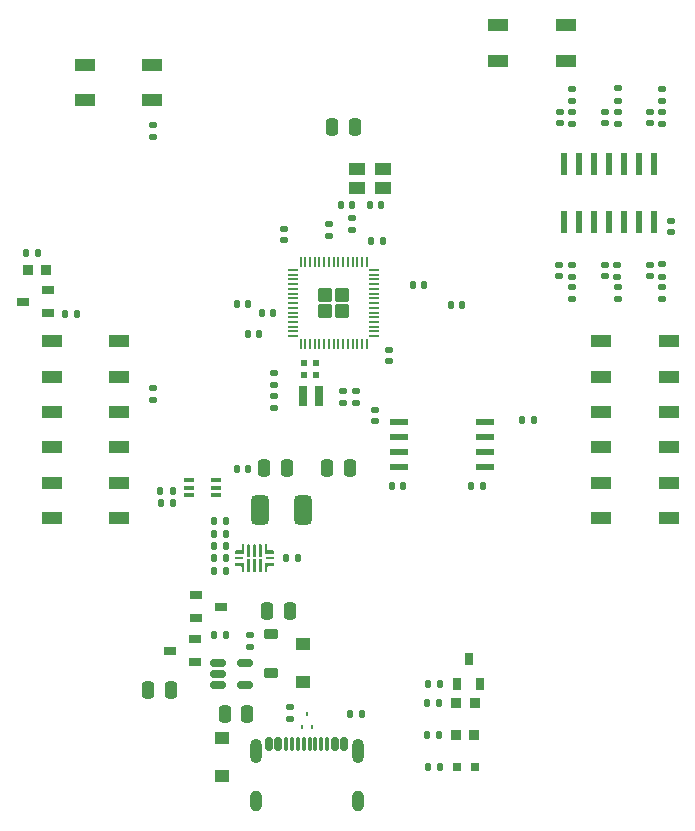
<source format=gbr>
%TF.GenerationSoftware,KiCad,Pcbnew,8.0.7*%
%TF.CreationDate,2025-03-01T11:55:22-05:00*%
%TF.ProjectId,RP2350_V1,52503233-3530-45f5-9631-2e6b69636164,1.1*%
%TF.SameCoordinates,Original*%
%TF.FileFunction,Paste,Top*%
%TF.FilePolarity,Positive*%
%FSLAX46Y46*%
G04 Gerber Fmt 4.6, Leading zero omitted, Abs format (unit mm)*
G04 Created by KiCad (PCBNEW 8.0.7) date 2025-03-01 11:55:22*
%MOMM*%
%LPD*%
G01*
G04 APERTURE LIST*
G04 Aperture macros list*
%AMRoundRect*
0 Rectangle with rounded corners*
0 $1 Rounding radius*
0 $2 $3 $4 $5 $6 $7 $8 $9 X,Y pos of 4 corners*
0 Add a 4 corners polygon primitive as box body*
4,1,4,$2,$3,$4,$5,$6,$7,$8,$9,$2,$3,0*
0 Add four circle primitives for the rounded corners*
1,1,$1+$1,$2,$3*
1,1,$1+$1,$4,$5*
1,1,$1+$1,$6,$7*
1,1,$1+$1,$8,$9*
0 Add four rect primitives between the rounded corners*
20,1,$1+$1,$2,$3,$4,$5,0*
20,1,$1+$1,$4,$5,$6,$7,0*
20,1,$1+$1,$6,$7,$8,$9,0*
20,1,$1+$1,$8,$9,$2,$3,0*%
%AMFreePoly0*
4,1,18,-0.437500,0.050000,-0.433694,0.069134,-0.422855,0.085355,-0.406634,0.096194,-0.387500,0.100000,0.387500,0.100000,0.437500,0.050000,0.437500,-0.050000,0.433694,-0.069134,0.422855,-0.085355,0.406634,-0.096194,0.387500,-0.100000,-0.387500,-0.100000,-0.406634,-0.096194,-0.422855,-0.085355,-0.433694,-0.069134,-0.437500,-0.050000,-0.437500,0.050000,-0.437500,0.050000,$1*%
%AMFreePoly1*
4,1,18,-0.437500,0.050000,-0.433694,0.069134,-0.422855,0.085355,-0.406634,0.096194,-0.387500,0.100000,0.387500,0.100000,0.406634,0.096194,0.422855,0.085355,0.433694,0.069134,0.437500,0.050000,0.437500,-0.050000,0.387500,-0.100000,-0.387500,-0.100000,-0.406634,-0.096194,-0.422855,-0.085355,-0.433694,-0.069134,-0.437500,-0.050000,-0.437500,0.050000,-0.437500,0.050000,$1*%
%AMFreePoly2*
4,1,18,-0.100000,0.387500,-0.050000,0.437500,0.050000,0.437500,0.069134,0.433694,0.085355,0.422855,0.096194,0.406634,0.100000,0.387500,0.100000,-0.387500,0.096194,-0.406634,0.085355,-0.422855,0.069134,-0.433694,0.050000,-0.437500,-0.050000,-0.437500,-0.069134,-0.433694,-0.085355,-0.422855,-0.096194,-0.406634,-0.100000,-0.387500,-0.100000,0.387500,-0.100000,0.387500,$1*%
%AMFreePoly3*
4,1,18,-0.100000,0.387500,-0.096194,0.406634,-0.085355,0.422855,-0.069134,0.433694,-0.050000,0.437500,0.050000,0.437500,0.100000,0.387500,0.100000,-0.387500,0.096194,-0.406634,0.085355,-0.422855,0.069134,-0.433694,0.050000,-0.437500,-0.050000,-0.437500,-0.069134,-0.433694,-0.085355,-0.422855,-0.096194,-0.406634,-0.100000,-0.387500,-0.100000,0.387500,-0.100000,0.387500,$1*%
%AMFreePoly4*
4,1,18,-0.437500,0.050000,-0.433694,0.069134,-0.422855,0.085355,-0.406634,0.096194,-0.387500,0.100000,0.387500,0.100000,0.406634,0.096194,0.422855,0.085355,0.433694,0.069134,0.437500,0.050000,0.437500,-0.050000,0.433694,-0.069134,0.422855,-0.085355,0.406634,-0.096194,0.387500,-0.100000,-0.387500,-0.100000,-0.437500,-0.050000,-0.437500,0.050000,-0.437500,0.050000,$1*%
%AMFreePoly5*
4,1,18,-0.437500,0.050000,-0.387500,0.100000,0.387500,0.100000,0.406634,0.096194,0.422855,0.085355,0.433694,0.069134,0.437500,0.050000,0.437500,-0.050000,0.433694,-0.069134,0.422855,-0.085355,0.406634,-0.096194,0.387500,-0.100000,-0.387500,-0.100000,-0.406634,-0.096194,-0.422855,-0.085355,-0.433694,-0.069134,-0.437500,-0.050000,-0.437500,0.050000,-0.437500,0.050000,$1*%
%AMFreePoly6*
4,1,18,-0.100000,0.387500,-0.096194,0.406634,-0.085355,0.422855,-0.069134,0.433694,-0.050000,0.437500,0.050000,0.437500,0.069134,0.433694,0.085355,0.422855,0.096194,0.406634,0.100000,0.387500,0.100000,-0.387500,0.050000,-0.437500,-0.050000,-0.437500,-0.069134,-0.433694,-0.085355,-0.422855,-0.096194,-0.406634,-0.100000,-0.387500,-0.100000,0.387500,-0.100000,0.387500,$1*%
%AMFreePoly7*
4,1,18,-0.100000,0.387500,-0.096194,0.406634,-0.085355,0.422855,-0.069134,0.433694,-0.050000,0.437500,0.050000,0.437500,0.069134,0.433694,0.085355,0.422855,0.096194,0.406634,0.100000,0.387500,0.100000,-0.387500,0.096194,-0.406634,0.085355,-0.422855,0.069134,-0.433694,0.050000,-0.437500,-0.050000,-0.437500,-0.100000,-0.387500,-0.100000,0.387500,-0.100000,0.387500,$1*%
G04 Aperture macros list end*
%ADD10C,0.000000*%
%ADD11RoundRect,0.140000X0.170000X-0.140000X0.170000X0.140000X-0.170000X0.140000X-0.170000X-0.140000X0*%
%ADD12RoundRect,0.140000X-0.140000X-0.170000X0.140000X-0.170000X0.140000X0.170000X-0.140000X0.170000X0*%
%ADD13RoundRect,0.135000X0.185000X-0.135000X0.185000X0.135000X-0.185000X0.135000X-0.185000X-0.135000X0*%
%ADD14R,0.910000X0.930000*%
%ADD15R,0.845299X0.354800*%
%ADD16RoundRect,0.375000X-0.375000X-0.875000X0.375000X-0.875000X0.375000X0.875000X-0.375000X0.875000X0*%
%ADD17R,0.800000X0.800000*%
%ADD18RoundRect,0.135000X-0.135000X-0.185000X0.135000X-0.185000X0.135000X0.185000X-0.135000X0.185000X0*%
%ADD19R,1.100000X0.650000*%
%ADD20R,0.228600X0.406400*%
%ADD21RoundRect,0.135000X0.135000X0.185000X-0.135000X0.185000X-0.135000X-0.185000X0.135000X-0.185000X0*%
%ADD22R,0.700000X1.700000*%
%ADD23R,1.193800X1.092200*%
%ADD24R,0.810000X0.930000*%
%ADD25RoundRect,0.225000X-0.375000X0.225000X-0.375000X-0.225000X0.375000X-0.225000X0.375000X0.225000X0*%
%ADD26R,1.701800X0.990600*%
%ADD27RoundRect,0.135000X-0.185000X0.135000X-0.185000X-0.135000X0.185000X-0.135000X0.185000X0.135000X0*%
%ADD28RoundRect,0.140000X-0.170000X0.140000X-0.170000X-0.140000X0.170000X-0.140000X0.170000X0.140000X0*%
%ADD29RoundRect,0.250000X0.250000X0.475000X-0.250000X0.475000X-0.250000X-0.475000X0.250000X-0.475000X0*%
%ADD30RoundRect,0.150000X-0.512500X-0.150000X0.512500X-0.150000X0.512500X0.150000X-0.512500X0.150000X0*%
%ADD31RoundRect,0.140000X0.140000X0.170000X-0.140000X0.170000X-0.140000X-0.170000X0.140000X-0.170000X0*%
%ADD32R,1.400000X1.100000*%
%ADD33RoundRect,0.250000X-0.250000X-0.475000X0.250000X-0.475000X0.250000X0.475000X-0.250000X0.475000X0*%
%ADD34R,0.650001X0.249999*%
%ADD35RoundRect,0.150000X-0.150000X-0.425000X0.150000X-0.425000X0.150000X0.425000X-0.150000X0.425000X0*%
%ADD36RoundRect,0.075000X-0.075000X-0.500000X0.075000X-0.500000X0.075000X0.500000X-0.075000X0.500000X0*%
%ADD37O,1.000000X2.100000*%
%ADD38O,1.000000X1.800000*%
%ADD39R,0.650000X1.100000*%
%ADD40R,0.470000X0.530000*%
%ADD41R,1.524000X0.533400*%
%ADD42R,0.558800X1.981200*%
%ADD43RoundRect,0.250000X0.350000X0.350000X-0.350000X0.350000X-0.350000X-0.350000X0.350000X-0.350000X0*%
%ADD44FreePoly0,180.000000*%
%ADD45RoundRect,0.050000X0.387500X0.050000X-0.387500X0.050000X-0.387500X-0.050000X0.387500X-0.050000X0*%
%ADD46FreePoly1,180.000000*%
%ADD47FreePoly2,180.000000*%
%ADD48RoundRect,0.050000X0.050000X0.387500X-0.050000X0.387500X-0.050000X-0.387500X0.050000X-0.387500X0*%
%ADD49FreePoly3,180.000000*%
%ADD50FreePoly4,180.000000*%
%ADD51FreePoly5,180.000000*%
%ADD52FreePoly6,180.000000*%
%ADD53FreePoly7,180.000000*%
G04 APERTURE END LIST*
D10*
%TO.C,U3*%
G36*
X137230201Y-104594300D02*
G01*
X137230201Y-105269300D01*
X137180202Y-105319300D01*
X137070202Y-105319300D01*
X137020202Y-105269300D01*
X137020202Y-104944300D01*
X136930202Y-104854300D01*
X136505202Y-104854300D01*
X136455202Y-104804300D01*
X136455202Y-104594300D01*
X136505202Y-104544301D01*
X137180202Y-104544301D01*
X137230201Y-104594300D01*
G37*
G36*
X139755200Y-104594300D02*
G01*
X139755200Y-104804300D01*
X139705200Y-104854300D01*
X139280200Y-104854300D01*
X139190200Y-104944300D01*
X139190200Y-105269300D01*
X139140200Y-105319300D01*
X139030200Y-105319300D01*
X138980201Y-105269300D01*
X138980201Y-104594300D01*
X139030200Y-104544301D01*
X139705200Y-104544301D01*
X139755200Y-104594300D01*
G37*
G36*
X139140200Y-103019302D02*
G01*
X139190200Y-103069302D01*
X139190200Y-103394300D01*
X139280200Y-103484300D01*
X139705200Y-103484300D01*
X139755200Y-103534300D01*
X139755200Y-103744302D01*
X139705200Y-103794302D01*
X139030200Y-103794302D01*
X138980201Y-103744302D01*
X138980201Y-103069302D01*
X139030200Y-103019300D01*
X139140200Y-103019300D01*
X139140200Y-103019302D01*
G37*
G36*
X137180202Y-103019302D02*
G01*
X137230201Y-103069302D01*
X137230201Y-103744302D01*
X137180202Y-103794302D01*
X136505202Y-103794302D01*
X136455202Y-103744302D01*
X136455202Y-103534300D01*
X136505202Y-103484300D01*
X136930202Y-103484300D01*
X137020202Y-103394300D01*
X137020202Y-103069302D01*
X137070202Y-103019302D01*
X137070202Y-103019300D01*
X137180202Y-103019300D01*
X137180202Y-103019302D01*
G37*
G36*
X137689957Y-103020260D02*
G01*
X137699337Y-103023105D01*
X137707981Y-103027727D01*
X137715557Y-103033945D01*
X137721775Y-103041522D01*
X137726396Y-103050166D01*
X137729240Y-103059546D01*
X137730203Y-103069300D01*
X137730203Y-104019300D01*
X137729240Y-104029054D01*
X137726396Y-104038434D01*
X137721775Y-104047078D01*
X137715557Y-104054655D01*
X137707981Y-104060872D01*
X137699337Y-104065495D01*
X137689957Y-104068340D01*
X137680203Y-104069300D01*
X137530203Y-104069300D01*
X137520447Y-104068340D01*
X137511067Y-104065495D01*
X137502423Y-104060872D01*
X137494847Y-104054655D01*
X137488629Y-104047078D01*
X137484008Y-104038434D01*
X137481164Y-104029054D01*
X137480204Y-104019300D01*
X137480204Y-103069300D01*
X137481164Y-103059546D01*
X137484008Y-103050166D01*
X137488629Y-103041522D01*
X137494847Y-103033945D01*
X137502423Y-103027727D01*
X137511067Y-103023105D01*
X137520447Y-103020260D01*
X137530203Y-103019300D01*
X137680203Y-103019300D01*
X137689957Y-103020260D01*
G37*
G36*
X137689957Y-104270260D02*
G01*
X137699337Y-104273105D01*
X137707981Y-104277728D01*
X137715557Y-104283945D01*
X137721775Y-104291522D01*
X137726396Y-104300166D01*
X137729240Y-104309546D01*
X137730203Y-104319300D01*
X137730203Y-105269300D01*
X137729240Y-105279054D01*
X137726396Y-105288434D01*
X137721775Y-105297078D01*
X137715557Y-105304655D01*
X137707981Y-105310873D01*
X137699337Y-105315495D01*
X137689957Y-105318340D01*
X137680203Y-105319300D01*
X137530203Y-105319300D01*
X137520447Y-105318340D01*
X137511067Y-105315495D01*
X137502423Y-105310873D01*
X137494847Y-105304655D01*
X137488629Y-105297078D01*
X137484008Y-105288434D01*
X137481164Y-105279054D01*
X137480204Y-105269300D01*
X137480204Y-104319300D01*
X137481164Y-104309546D01*
X137484008Y-104300166D01*
X137488629Y-104291522D01*
X137494847Y-104283945D01*
X137502423Y-104277728D01*
X137511067Y-104273105D01*
X137520447Y-104270260D01*
X137530203Y-104269300D01*
X137680203Y-104269300D01*
X137689957Y-104270260D01*
G37*
G36*
X138189956Y-103020260D02*
G01*
X138199336Y-103023105D01*
X138207980Y-103027727D01*
X138215556Y-103033945D01*
X138221774Y-103041522D01*
X138226395Y-103050166D01*
X138229239Y-103059546D01*
X138230199Y-103069300D01*
X138230199Y-104019300D01*
X138229239Y-104029054D01*
X138226395Y-104038434D01*
X138221774Y-104047078D01*
X138215556Y-104054655D01*
X138207980Y-104060872D01*
X138199336Y-104065495D01*
X138189956Y-104068340D01*
X138180200Y-104069300D01*
X138030202Y-104069300D01*
X138020446Y-104068340D01*
X138011066Y-104065495D01*
X138002422Y-104060872D01*
X137994846Y-104054655D01*
X137988628Y-104047078D01*
X137984007Y-104038434D01*
X137981163Y-104029054D01*
X137980203Y-104019300D01*
X137980203Y-103069300D01*
X137981163Y-103059546D01*
X137984007Y-103050166D01*
X137988628Y-103041522D01*
X137994846Y-103033945D01*
X138002422Y-103027727D01*
X138011066Y-103023105D01*
X138020446Y-103020260D01*
X138030202Y-103019300D01*
X138180200Y-103019300D01*
X138189956Y-103020260D01*
G37*
G36*
X138189956Y-104270260D02*
G01*
X138199336Y-104273105D01*
X138207980Y-104277728D01*
X138215556Y-104283945D01*
X138221774Y-104291522D01*
X138226395Y-104300166D01*
X138229239Y-104309546D01*
X138230199Y-104319300D01*
X138230199Y-105269300D01*
X138229239Y-105279054D01*
X138226395Y-105288434D01*
X138221774Y-105297078D01*
X138215556Y-105304655D01*
X138207980Y-105310873D01*
X138199336Y-105315495D01*
X138189956Y-105318340D01*
X138180200Y-105319300D01*
X138030202Y-105319300D01*
X138020446Y-105318340D01*
X138011066Y-105315495D01*
X138002422Y-105310873D01*
X137994846Y-105304655D01*
X137988628Y-105297078D01*
X137984007Y-105288434D01*
X137981163Y-105279054D01*
X137980203Y-105269300D01*
X137980203Y-104319300D01*
X137981163Y-104309546D01*
X137984007Y-104300166D01*
X137988628Y-104291522D01*
X137994846Y-104283945D01*
X138002422Y-104277728D01*
X138011066Y-104273105D01*
X138020446Y-104270260D01*
X138030202Y-104269300D01*
X138180200Y-104269300D01*
X138189956Y-104270260D01*
G37*
G36*
X138689955Y-103020260D02*
G01*
X138699335Y-103023105D01*
X138707979Y-103027727D01*
X138715555Y-103033945D01*
X138721773Y-103041522D01*
X138726394Y-103050166D01*
X138729238Y-103059546D01*
X138730198Y-103069300D01*
X138730198Y-104019300D01*
X138729238Y-104029054D01*
X138726394Y-104038434D01*
X138721773Y-104047078D01*
X138715555Y-104054655D01*
X138707979Y-104060872D01*
X138699335Y-104065495D01*
X138689955Y-104068340D01*
X138680199Y-104069300D01*
X138530199Y-104069300D01*
X138520445Y-104068340D01*
X138511065Y-104065495D01*
X138502421Y-104060872D01*
X138494845Y-104054655D01*
X138488627Y-104047078D01*
X138484006Y-104038434D01*
X138481162Y-104029054D01*
X138480199Y-104019300D01*
X138480199Y-103069300D01*
X138481162Y-103059546D01*
X138484006Y-103050166D01*
X138488627Y-103041522D01*
X138494845Y-103033945D01*
X138502421Y-103027727D01*
X138511065Y-103023105D01*
X138520445Y-103020260D01*
X138530199Y-103019300D01*
X138680199Y-103019300D01*
X138689955Y-103020260D01*
G37*
G36*
X138689955Y-104270260D02*
G01*
X138699335Y-104273105D01*
X138707979Y-104277728D01*
X138715555Y-104283945D01*
X138721773Y-104291522D01*
X138726394Y-104300166D01*
X138729238Y-104309546D01*
X138730198Y-104319300D01*
X138730198Y-105269300D01*
X138729238Y-105279054D01*
X138726394Y-105288434D01*
X138721773Y-105297078D01*
X138715555Y-105304655D01*
X138707979Y-105310873D01*
X138699335Y-105315495D01*
X138689955Y-105318340D01*
X138680199Y-105319300D01*
X138530199Y-105319300D01*
X138520445Y-105318340D01*
X138511065Y-105315495D01*
X138502421Y-105310873D01*
X138494845Y-105304655D01*
X138488627Y-105297078D01*
X138484006Y-105288434D01*
X138481162Y-105279054D01*
X138480199Y-105269300D01*
X138480199Y-104319300D01*
X138481162Y-104309546D01*
X138484006Y-104300166D01*
X138488627Y-104291522D01*
X138494845Y-104283945D01*
X138502421Y-104277728D01*
X138511065Y-104273105D01*
X138520445Y-104270260D01*
X138530199Y-104269300D01*
X138680199Y-104269300D01*
X138689955Y-104270260D01*
G37*
%TD*%
D11*
%TO.C,C4*%
X139775000Y-89495000D03*
X139775000Y-88535000D03*
%TD*%
D12*
%TO.C,C11*%
X151515000Y-81070000D03*
X152475000Y-81070000D03*
%TD*%
D13*
%TO.C,R22*%
X164960000Y-82273800D03*
X164960000Y-81253800D03*
%TD*%
D14*
%TO.C,D5*%
X155202000Y-119190000D03*
X156722000Y-119190000D03*
%TD*%
D15*
%TO.C,U5*%
X132591149Y-97550001D03*
X132591149Y-98200000D03*
X132591149Y-98849999D03*
X134858851Y-98849999D03*
X134858851Y-98200000D03*
X134858851Y-97550001D03*
%TD*%
D13*
%TO.C,R31*%
X129475000Y-90810000D03*
X129475000Y-89790000D03*
%TD*%
D16*
%TO.C,L2*%
X138535202Y-100099300D03*
X142235202Y-100099300D03*
%TD*%
D13*
%TO.C,R25*%
X164950000Y-80340000D03*
X164950000Y-79320000D03*
%TD*%
D17*
%TO.C,D4*%
X155250000Y-121885000D03*
X156750000Y-121885000D03*
%TD*%
D18*
%TO.C,R3*%
X134665200Y-110690200D03*
X135685200Y-110690200D03*
%TD*%
D19*
%TO.C,IC2*%
X133145200Y-107320200D03*
X133145200Y-109240200D03*
X135245200Y-108280200D03*
%TD*%
D20*
%TO.C,D2*%
X142145202Y-118430200D03*
X142945200Y-118430200D03*
X142545201Y-117388800D03*
%TD*%
D18*
%TO.C,R5*%
X156440000Y-98100000D03*
X157460000Y-98100000D03*
%TD*%
D13*
%TO.C,R8*%
X145625000Y-91060000D03*
X145625000Y-90040000D03*
%TD*%
D21*
%TO.C,R13*%
X141820000Y-104200000D03*
X140800000Y-104200000D03*
%TD*%
D22*
%TO.C,L1*%
X143600000Y-90416790D03*
X142200000Y-90416790D03*
%TD*%
D23*
%TO.C,CR2*%
X135350000Y-119362100D03*
X135350000Y-122587900D03*
%TD*%
%TO.C,CR1*%
X142175000Y-114662900D03*
X142175000Y-111437100D03*
%TD*%
D24*
%TO.C,D3*%
X155155000Y-116425000D03*
X156775000Y-116425000D03*
%TD*%
D12*
%TO.C,C28*%
X134705202Y-101059300D03*
X135665202Y-101059300D03*
%TD*%
D25*
%TO.C,D1*%
X139505200Y-110560200D03*
X139505200Y-113860200D03*
%TD*%
D26*
%TO.C,SW11*%
X167467500Y-85800000D03*
X173182500Y-85800000D03*
X167467500Y-88800000D03*
X173182500Y-88800000D03*
%TD*%
D12*
%TO.C,C32*%
X136600000Y-96625000D03*
X137560000Y-96625000D03*
%TD*%
D18*
%TO.C,R28*%
X152790000Y-121885000D03*
X153810000Y-121885000D03*
%TD*%
D12*
%TO.C,C13*%
X147870000Y-74275000D03*
X148830000Y-74275000D03*
%TD*%
D27*
%TO.C,R9*%
X146325000Y-75400000D03*
X146325000Y-76420000D03*
%TD*%
D21*
%TO.C,R35*%
X123050000Y-83475000D03*
X122030000Y-83475000D03*
%TD*%
D13*
%TO.C,R27*%
X172600000Y-80330000D03*
X172600000Y-79310000D03*
%TD*%
%TO.C,R23*%
X168850000Y-82270000D03*
X168850000Y-81250000D03*
%TD*%
D19*
%TO.C,IC4*%
X120615000Y-83410000D03*
X120615000Y-81490000D03*
X118515000Y-82450000D03*
%TD*%
D28*
%TO.C,C10*%
X149510000Y-86540000D03*
X149510000Y-87500000D03*
%TD*%
D29*
%TO.C,C31*%
X146600000Y-67675000D03*
X144700000Y-67675000D03*
%TD*%
D26*
%TO.C,SW14*%
X120942500Y-85800000D03*
X126657500Y-85800000D03*
X120942500Y-88800000D03*
X126657500Y-88800000D03*
%TD*%
D27*
%TO.C,R1*%
X129550000Y-67540000D03*
X129550000Y-68560000D03*
%TD*%
D26*
%TO.C,SW12*%
X167467500Y-91800000D03*
X173182500Y-91800000D03*
X167467500Y-94800000D03*
X173182500Y-94800000D03*
%TD*%
D18*
%TO.C,R10*%
X134675202Y-102089300D03*
X135695202Y-102089300D03*
%TD*%
D30*
%TO.C,U4*%
X135027700Y-113020200D03*
X135027700Y-113970200D03*
X135027700Y-114920200D03*
X137302700Y-114920200D03*
X137302700Y-113020200D03*
%TD*%
D31*
%TO.C,C1*%
X150705000Y-98025000D03*
X149745000Y-98025000D03*
%TD*%
D32*
%TO.C,X1*%
X148950000Y-71249999D03*
X146750000Y-71249999D03*
X146750000Y-72850001D03*
X148950000Y-72850001D03*
%TD*%
D11*
%TO.C,C24*%
X163980000Y-67363800D03*
X163980000Y-66403800D03*
%TD*%
D21*
%TO.C,R4*%
X135685202Y-105249300D03*
X134665202Y-105249300D03*
%TD*%
D12*
%TO.C,C12*%
X145415000Y-74300000D03*
X146375000Y-74300000D03*
%TD*%
D18*
%TO.C,R32*%
X152715000Y-119175000D03*
X153735000Y-119175000D03*
%TD*%
D27*
%TO.C,R20*%
X165000000Y-64420000D03*
X165000000Y-65440000D03*
%TD*%
D11*
%TO.C,C5*%
X140580000Y-77240000D03*
X140580000Y-76280000D03*
%TD*%
D14*
%TO.C,D6*%
X118905000Y-79800000D03*
X120425000Y-79800000D03*
%TD*%
D26*
%TO.C,SW13*%
X167467500Y-97800000D03*
X173182500Y-97800000D03*
X167467500Y-100800000D03*
X173182500Y-100800000D03*
%TD*%
D13*
%TO.C,R6*%
X139775000Y-91485000D03*
X139775000Y-90465000D03*
%TD*%
D31*
%TO.C,C6*%
X137595000Y-82675000D03*
X136635000Y-82675000D03*
%TD*%
D13*
%TO.C,R12*%
X137735200Y-111720200D03*
X137735200Y-110700200D03*
%TD*%
D18*
%TO.C,R29*%
X130160000Y-99530000D03*
X131180000Y-99530000D03*
%TD*%
D31*
%TO.C,C16*%
X139705000Y-83425000D03*
X138745000Y-83425000D03*
%TD*%
D29*
%TO.C,C17*%
X137485200Y-117400200D03*
X135585200Y-117400200D03*
%TD*%
D11*
%TO.C,C15*%
X144425000Y-76880000D03*
X144425000Y-75920000D03*
%TD*%
D18*
%TO.C,R34*%
X152780000Y-114845000D03*
X153800000Y-114845000D03*
%TD*%
D33*
%TO.C,C30*%
X144275000Y-96575000D03*
X146175000Y-96575000D03*
%TD*%
D31*
%TO.C,C7*%
X138495000Y-85165000D03*
X137535000Y-85165000D03*
%TD*%
D28*
%TO.C,C26*%
X167820000Y-79340000D03*
X167820000Y-80300000D03*
%TD*%
D21*
%TO.C,R11*%
X135685202Y-103129300D03*
X134665202Y-103129300D03*
%TD*%
D34*
%TO.C,U3*%
X136780200Y-104169300D03*
X139430202Y-104169300D03*
%TD*%
D35*
%TO.C,J3*%
X139320000Y-119945000D03*
X140120000Y-119945000D03*
D36*
X141270000Y-119945000D03*
X142270000Y-119945000D03*
X142770000Y-119945000D03*
X143770000Y-119945000D03*
D35*
X144920000Y-119945000D03*
X145720000Y-119945000D03*
X145720000Y-119945000D03*
X144920000Y-119945000D03*
D36*
X144270000Y-119945000D03*
X143270000Y-119945000D03*
X141770000Y-119945000D03*
X140770000Y-119945000D03*
D35*
X140120000Y-119945000D03*
X139320000Y-119945000D03*
D37*
X138200000Y-120520000D03*
D38*
X138200000Y-124700000D03*
D37*
X146840000Y-120520000D03*
D38*
X146840000Y-124700000D03*
%TD*%
D21*
%TO.C,R36*%
X119805000Y-78350000D03*
X118785000Y-78350000D03*
%TD*%
D27*
%TO.C,R21*%
X165000000Y-66360000D03*
X165000000Y-67380000D03*
%TD*%
D28*
%TO.C,C27*%
X171600000Y-79320000D03*
X171600000Y-80280000D03*
%TD*%
D26*
%TO.C,SW1*%
X123732500Y-62400000D03*
X129447500Y-62400000D03*
X123732500Y-65400000D03*
X129447500Y-65400000D03*
%TD*%
D39*
%TO.C,IC3*%
X155290000Y-114795000D03*
X157210000Y-114795000D03*
X156250000Y-112695000D03*
%TD*%
D40*
%TO.C,C2*%
X143335000Y-87670000D03*
X142305000Y-87670000D03*
%TD*%
D28*
%TO.C,C22*%
X173380000Y-75590000D03*
X173380000Y-76550000D03*
%TD*%
D27*
%TO.C,R17*%
X172630000Y-64420000D03*
X172630000Y-65440000D03*
%TD*%
D12*
%TO.C,C8*%
X147995000Y-77300000D03*
X148955000Y-77300000D03*
%TD*%
D21*
%TO.C,R2*%
X161795000Y-92475000D03*
X160775000Y-92475000D03*
%TD*%
D28*
%TO.C,C25*%
X163920000Y-79333800D03*
X163920000Y-80293800D03*
%TD*%
D11*
%TO.C,C21*%
X171590000Y-67350000D03*
X171590000Y-66390000D03*
%TD*%
D27*
%TO.C,R19*%
X168880000Y-66380000D03*
X168880000Y-67400000D03*
%TD*%
D41*
%TO.C,U2*%
X157644900Y-96455000D03*
X157644900Y-95185000D03*
X157644900Y-93915000D03*
X157644900Y-92645000D03*
X150355100Y-92645000D03*
X150355100Y-93915000D03*
X150355100Y-95185000D03*
X150355100Y-96455000D03*
%TD*%
D33*
%TO.C,C19*%
X139185200Y-108640200D03*
X141085200Y-108640200D03*
%TD*%
D29*
%TO.C,C29*%
X140825000Y-96575000D03*
X138925000Y-96575000D03*
%TD*%
D26*
%TO.C,SW9*%
X120942500Y-91800000D03*
X126657500Y-91800000D03*
X120942500Y-94800000D03*
X126657500Y-94800000D03*
%TD*%
D29*
%TO.C,C18*%
X131000000Y-115300000D03*
X129100000Y-115300000D03*
%TD*%
D19*
%TO.C,IC1*%
X133055200Y-112970200D03*
X133055200Y-111050200D03*
X130955200Y-112010200D03*
%TD*%
D18*
%TO.C,R33*%
X152728000Y-116405000D03*
X153748000Y-116405000D03*
%TD*%
D13*
%TO.C,R24*%
X172610000Y-82273800D03*
X172610000Y-81253800D03*
%TD*%
D42*
%TO.C,U6*%
X171960000Y-70782400D03*
X170690000Y-70782400D03*
X169420000Y-70782400D03*
X168150000Y-70782400D03*
X166880000Y-70782400D03*
X165610000Y-70782400D03*
X164340000Y-70782400D03*
X164340000Y-75710000D03*
X165610000Y-75710000D03*
X166880000Y-75710000D03*
X168150000Y-75710000D03*
X169420000Y-75710000D03*
X170690000Y-75710000D03*
X171960000Y-75710000D03*
%TD*%
D26*
%TO.C,SW10*%
X120942500Y-97800000D03*
X126657500Y-97800000D03*
X120942500Y-100800000D03*
X126657500Y-100800000D03*
%TD*%
D21*
%TO.C,R30*%
X131170000Y-98470000D03*
X130150000Y-98470000D03*
%TD*%
D13*
%TO.C,R15*%
X141125000Y-117785000D03*
X141125000Y-116765000D03*
%TD*%
D28*
%TO.C,C9*%
X148325000Y-91620000D03*
X148325000Y-92580000D03*
%TD*%
D26*
%TO.C,SW4*%
X158742500Y-59050000D03*
X164457500Y-59050000D03*
X158742500Y-62050000D03*
X164457500Y-62050000D03*
%TD*%
D13*
%TO.C,R7*%
X146675000Y-91060000D03*
X146675000Y-90040000D03*
%TD*%
D40*
%TO.C,C3*%
X143335000Y-88700000D03*
X142305000Y-88700000D03*
%TD*%
D27*
%TO.C,R16*%
X172620000Y-66360000D03*
X172620000Y-67380000D03*
%TD*%
D18*
%TO.C,R14*%
X146220000Y-117340000D03*
X147240000Y-117340000D03*
%TD*%
D31*
%TO.C,C20*%
X135655202Y-104189300D03*
X134695202Y-104189300D03*
%TD*%
D13*
%TO.C,R26*%
X168840000Y-80350000D03*
X168840000Y-79330000D03*
%TD*%
D43*
%TO.C,U1*%
X145512500Y-83280000D03*
X145512500Y-81880000D03*
X144112500Y-83280000D03*
X144112500Y-81880000D03*
D44*
X148250000Y-85380000D03*
D45*
X148250000Y-84980000D03*
X148250000Y-84580000D03*
X148250000Y-84180000D03*
X148250000Y-83780000D03*
X148250000Y-83380000D03*
X148250000Y-82980000D03*
X148250000Y-82580000D03*
X148250000Y-82180000D03*
X148250000Y-81780000D03*
X148250000Y-81380000D03*
X148250000Y-80980000D03*
X148250000Y-80580000D03*
X148250000Y-80180000D03*
D46*
X148250000Y-79780000D03*
D47*
X147612500Y-79142500D03*
D48*
X147212500Y-79142500D03*
X146812500Y-79142500D03*
X146412500Y-79142500D03*
X146012500Y-79142500D03*
X145612500Y-79142500D03*
X145212500Y-79142500D03*
X144812500Y-79142500D03*
X144412500Y-79142500D03*
X144012500Y-79142500D03*
X143612500Y-79142500D03*
X143212500Y-79142500D03*
X142812500Y-79142500D03*
X142412500Y-79142500D03*
D49*
X142012500Y-79142500D03*
D50*
X141375000Y-79780000D03*
D45*
X141375000Y-80180000D03*
X141375000Y-80580000D03*
X141375000Y-80980000D03*
X141375000Y-81380000D03*
X141375000Y-81780000D03*
X141375000Y-82180000D03*
X141375000Y-82580000D03*
X141375000Y-82980000D03*
X141375000Y-83380000D03*
X141375000Y-83780000D03*
X141375000Y-84180000D03*
X141375000Y-84580000D03*
X141375000Y-84980000D03*
D51*
X141375000Y-85380000D03*
D52*
X142012500Y-86017500D03*
D48*
X142412500Y-86017500D03*
X142812500Y-86017500D03*
X143212500Y-86017500D03*
X143612500Y-86017500D03*
X144012500Y-86017500D03*
X144412500Y-86017500D03*
X144812500Y-86017500D03*
X145212500Y-86017500D03*
X145612500Y-86017500D03*
X146012500Y-86017500D03*
X146412500Y-86017500D03*
X146812500Y-86017500D03*
X147212500Y-86017500D03*
D53*
X147612500Y-86017500D03*
%TD*%
D27*
%TO.C,R18*%
X168870000Y-64410000D03*
X168870000Y-65430000D03*
%TD*%
D11*
%TO.C,C23*%
X167800000Y-67370000D03*
X167800000Y-66410000D03*
%TD*%
D12*
%TO.C,C14*%
X154740000Y-82775000D03*
X155700000Y-82775000D03*
%TD*%
M02*

</source>
